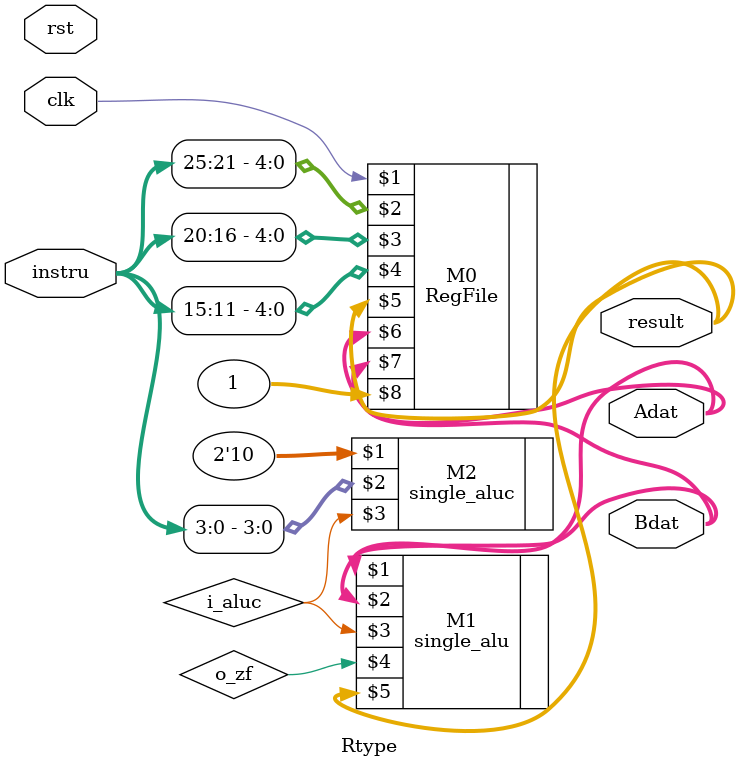
<source format=v>
`timescale 1ns / 1ps
module Rtype(clk, rst, instru, Adat, Bdat, result);
    input clk;
    input rst;
    input [31:0] instru;
    output [31:0] result, Adat, Bdat;


	RegFile M0(clk, instru[25:21], instru[20:16], instru[15:11], result, Adat, Bdat, 1);
	
	single_alu M1(Adat, Bdat, i_aluc, o_zf, result);
	
	single_aluc M2(2'b10,instru[3:0],i_aluc);
endmodule


</source>
